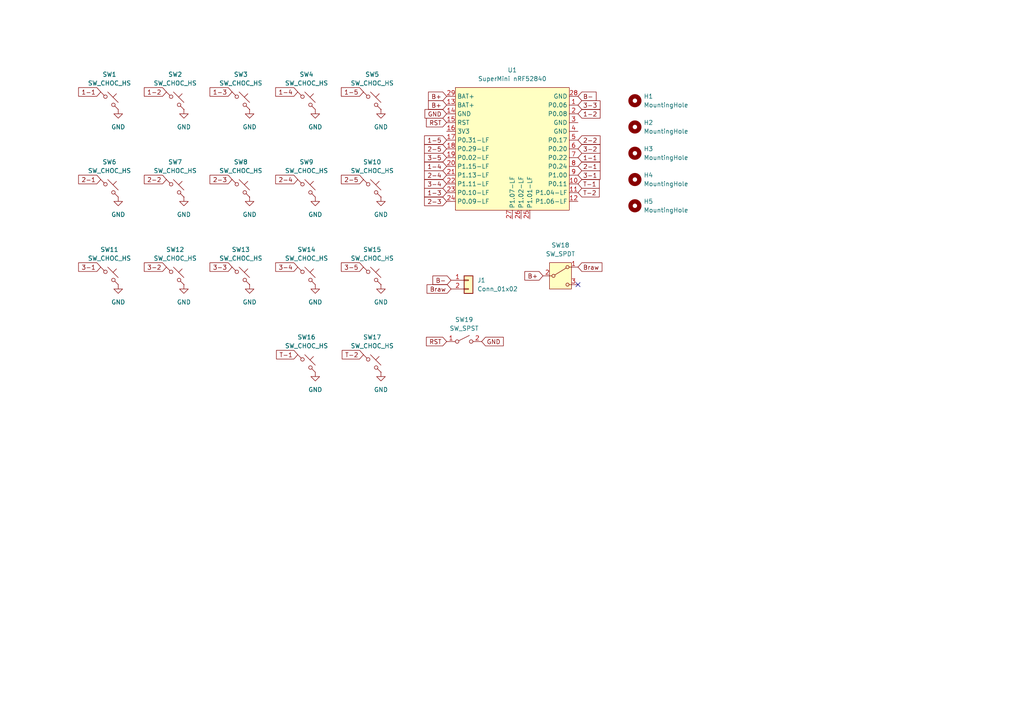
<source format=kicad_sch>
(kicad_sch (version 20231120) (generator "eeschema") (generator_version "8.0")
  (paper "A4")
  (lib_symbols
    (symbol "Connector_Generic:Conn_01x02" (pin_names (offset 1.016) hide)
      (property "Reference" "J" (at 0 2.54 0))
      (property "Value" "Conn_01x02" (at 0 -5.08 0))
      (symbol "Conn_01x02_1_1"
        (rectangle (start -1.27 -2.413) (end 0 -2.667) (stroke (width 0.1524)))
        (rectangle (start -1.27 0.127) (end 0 -0.127) (stroke (width 0.1524)))
        (rectangle (start -1.27 1.27) (end 1.27 -3.81) (stroke (width 0.254)) (fill (type background)))
        (pin passive line (at -5.08 0 0) (length 3.81) (name "Pin_1") (number "1"))
        (pin passive line (at -5.08 -2.54 0) (length 3.81) (name "Pin_2") (number "2"))
      )
    )
    (symbol "KeySwitch:SW_CHOC_HS" (pin_numbers hide) (pin_names (offset 1.016) hide)
      (property "Reference" "SW" (at -6.6802 6.1722 0))
      (property "Value" "SW_CHOC_HS" (at -0.381 4.191 0))
      (symbol "SW_CHOC_HS_0_1"
        (circle (center -1.1684 1.1684) (radius 0.508))
        (polyline (pts (xy -0.508 2.54) (xy 2.54 -0.508)))
        (polyline (pts (xy 1.016 1.016) (xy 2.032 2.032)))
        (polyline (pts (xy -2.54 2.54) (xy -1.524 1.524) (xy -1.524 1.524)))
        (polyline (pts (xy 1.524 -1.524) (xy 2.54 -2.54) (xy 2.54 -2.54) (xy 2.54 -2.54)))
        (circle (center 1.143 -1.1938) (radius 0.508))
        (pin passive line (at -2.54 2.54 0) (length 0) (name "1") (number "1"))
        (pin passive line (at 2.54 -2.54 180) (length 0) (name "2") (number "2"))
      )
    )
    (symbol "Mechanical:MountingHole" (pin_names (offset 1.016)) (exclude_from_sim yes) (in_bom no)
      (property "Reference" "H" (at 0 5.08 0))
      (property "Value" "MountingHole" (at 0 3.175 0))
      (symbol "MountingHole_0_1"
        (circle (center 0 0) (radius 1.27) (stroke (width 1.27)))
      )
    )
    (symbol "Switch:SW_SPDT" (pin_names (offset 0) hide)
      (property "Reference" "SW" (at 0 5.08 0))
      (property "Value" "SW_SPDT" (at 0 -5.08 0))
      (symbol "SW_SPDT_0_1"
        (circle (center -2.032 0) (radius 0.4572))
        (polyline (pts (xy -1.651 0.254) (xy 1.651 2.286)))
        (circle (center 2.032 -2.54) (radius 0.4572))
        (circle (center 2.032 2.54) (radius 0.4572))
      )
      (symbol "SW_SPDT_1_1"
        (rectangle (start -3.175 3.81) (end 3.175 -3.81) (fill (type background)))
        (pin passive line (at 5.08 2.54 180) (length 2.54) (name "A") (number "1"))
        (pin passive line (at -5.08 0 0) (length 2.54) (name "B") (number "2"))
        (pin passive line (at 5.08 -2.54 180) (length 2.54) (name "C") (number "3"))
      )
    )
    (symbol "Switch:SW_SPST" (pin_names (offset 0) hide)
      (property "Reference" "SW" (at 0 3.175 0))
      (property "Value" "SW_SPST" (at 0 -2.54 0))
      (symbol "SW_SPST_0_0"
        (circle (center -2.032 0) (radius 0.508))
        (polyline (pts (xy -1.524 0.254) (xy 1.524 1.778)))
        (circle (center 2.032 0) (radius 0.508))
      )
      (symbol "SW_SPST_1_1"
        (pin passive line (at -5.08 0 0) (length 2.54) (name "A") (number "1"))
        (pin passive line (at 5.08 0 180) (length 2.54) (name "B") (number "2"))
      )
    )
    (symbol "marbastlib-promicroish:SuperMini_nRF52840" (in_bom no)
      (property "Reference" "U" (at 0 22.86 0))
      (property "Value" "SuperMini nRF52840" (at 0 20.32 0))
      (symbol "SuperMini_nRF52840_0_0"
        (pin bidirectional line (at -19.05 13.97 0) (length 2.54) (name "P0.06") (number "1"))
        (pin bidirectional line (at -19.05 -8.89 0) (length 2.54) (name "P0.11") (number "10"))
        (pin bidirectional line (at -19.05 -11.43 0) (length 2.54) (name "P1.04-LF") (number "11"))
        (pin bidirectional line (at -19.05 -13.97 0) (length 2.54) (name "P1.06-LF") (number "12"))
        (pin power_out line (at 19.05 11.43 180) (length 2.54) (name "GND") (number "14"))
        (pin bidirectional line (at 19.05 8.89 180) (length 2.54) (name "RST") (number "15"))
        (pin bidirectional line (at 19.05 3.81 180) (length 2.54) (name "P0.31-LF") (number "17"))
        (pin bidirectional line (at 19.05 1.27 180) (length 2.54) (name "P0.29-LF") (number "18"))
        (pin bidirectional line (at 19.05 -1.27 180) (length 2.54) (name "P0.02-LF") (number "19"))
        (pin bidirectional line (at -19.05 11.43 0) (length 2.54) (name "P0.08") (number "2"))
        (pin bidirectional line (at 19.05 -3.81 180) (length 2.54) (name "P1.15-LF") (number "20"))
        (pin bidirectional line (at 19.05 -6.35 180) (length 2.54) (name "P1.13-LF") (number "21"))
        (pin bidirectional line (at 19.05 -8.89 180) (length 2.54) (name "P1.11-LF") (number "22"))
        (pin bidirectional line (at 19.05 -13.97 180) (length 2.54) (name "P0.09-LF") (number "24"))
        (pin power_out line (at -19.05 8.89 0) (length 2.54) (name "GND") (number "3"))
        (pin power_out line (at -19.05 6.35 0) (length 2.54) (name "GND") (number "4"))
        (pin bidirectional line (at -19.05 3.81 0) (length 2.54) (name "P0.17") (number "5"))
        (pin bidirectional line (at -19.05 1.27 0) (length 2.54) (name "P0.20") (number "6"))
        (pin bidirectional line (at -19.05 -1.27 0) (length 2.54) (name "P0.22") (number "7"))
        (pin bidirectional line (at -19.05 -3.81 0) (length 2.54) (name "P0.24") (number "8"))
        (pin bidirectional line (at -19.05 -6.35 0) (length 2.54) (name "P1.00") (number "9"))
      )
      (symbol "SuperMini_nRF52840_1_0"
        (pin power_out line (at 19.05 13.97 180) (length 2.54) (name "BAT+") (number "13"))
        (pin power_out line (at 19.05 6.35 180) (length 2.54) (name "3V3") (number "16"))
        (pin bidirectional line (at 19.05 -11.43 180) (length 2.54) (name "P0.10-LF") (number "23"))
        (pin bidirectional line (at -5.08 -19.05 90) (length 2.54) (name "P1.01-LF") (number "25"))
        (pin bidirectional line (at -2.54 -19.05 90) (length 2.54) (name "P1.02-LF") (number "26"))
        (pin bidirectional line (at 0 -19.05 90) (length 2.54) (name "P1.07-LF") (number "27"))
        (pin power_out line (at -19.05 16.51 0) (length 2.54) (name "GND") (number "28"))
        (pin power_out line (at 19.05 16.51 180) (length 2.54) (name "BAT+") (number "29"))
      )
      (symbol "SuperMini_nRF52840_1_1"
        (rectangle (start -16.51 19.05) (end 16.51 -16.51) (fill (type background)))
      )
    )
    (symbol "power:GND" (power) (pin_numbers hide) (pin_names (offset 0) hide)
      (property "Value" "GND" (at 0 -3.81 0))
      (symbol "GND_0_1"
        (polyline (pts (xy 0 0) (xy 0 -1.27) (xy 1.27 -1.27) (xy 0 -2.54) (xy -1.27 -1.27) (xy 0 -1.27)))
      )
      (symbol "GND_1_1"
        (pin power_in line (at 0 0 270) (length 0) (name "~") (number "1"))
      )
    )
  )
  (no_connect (at 167.64 82.55))
  (global_label "T-2" (shape input) (at 105.41 102.87 180) (property "Intersheetrefs" "${INTERSHEET_REFS}" (effects (hide yes))))
  (global_label "2-5" (shape input) (at 105.41 52.07 180) (property "Intersheetrefs" "${INTERSHEET_REFS}" (effects (hide yes))))
  (global_label "1-1" (shape input) (at 167.64 45.72 0) (property "Intersheetrefs" "${INTERSHEET_REFS}" (effects (hide yes))))
  (global_label "B+" (shape input) (at 129.54 27.94 180) (property "Intersheetrefs" "${INTERSHEET_REFS}" (effects (hide yes))))
  (global_label "RST" (shape input) (at 129.54 35.56 180) (property "Intersheetrefs" "${INTERSHEET_REFS}" (effects (hide yes))))
  (global_label "B+" (shape input) (at 129.54 30.48 180) (property "Intersheetrefs" "${INTERSHEET_REFS}" (effects (hide yes))))
  (global_label "3-1" (shape input) (at 29.21 77.47 180) (property "Intersheetrefs" "${INTERSHEET_REFS}" (effects (hide yes))))
  (global_label "1-4" (shape input) (at 86.36 26.67 180) (property "Intersheetrefs" "${INTERSHEET_REFS}" (effects (hide yes))))
  (global_label "3-4" (shape input) (at 129.54 53.34 180) (property "Intersheetrefs" "${INTERSHEET_REFS}" (effects (hide yes))))
  (global_label "1-1" (shape input) (at 29.21 26.67 180) (property "Intersheetrefs" "${INTERSHEET_REFS}" (effects (hide yes))))
  (global_label "2-1" (shape input) (at 29.21 52.07 180) (property "Intersheetrefs" "${INTERSHEET_REFS}" (effects (hide yes))))
  (global_label "1-5" (shape input) (at 129.54 40.64 180) (property "Intersheetrefs" "${INTERSHEET_REFS}" (effects (hide yes))))
  (global_label "2-4" (shape input) (at 86.36 52.07 180) (property "Intersheetrefs" "${INTERSHEET_REFS}" (effects (hide yes))))
  (global_label "GND" (shape input) (at 129.54 33.02 180) (property "Intersheetrefs" "${INTERSHEET_REFS}" (effects (hide yes))))
  (global_label "T-1" (shape input) (at 167.64 53.34 0) (property "Intersheetrefs" "${INTERSHEET_REFS}" (effects (hide yes))))
  (global_label "1-3" (shape input) (at 67.31 26.67 180) (property "Intersheetrefs" "${INTERSHEET_REFS}" (effects (hide yes))))
  (global_label "1-3" (shape input) (at 129.54 55.88 180) (property "Intersheetrefs" "${INTERSHEET_REFS}" (effects (hide yes))))
  (global_label "T-2" (shape input) (at 167.64 55.88 0) (property "Intersheetrefs" "${INTERSHEET_REFS}" (effects (hide yes))))
  (global_label "T-1" (shape input) (at 86.36 102.87 180) (property "Intersheetrefs" "${INTERSHEET_REFS}" (effects (hide yes))))
  (global_label "B-" (shape input) (at 130.81 81.28 180) (property "Intersheetrefs" "${INTERSHEET_REFS}" (effects (hide yes))))
  (global_label "3-5" (shape input) (at 129.54 45.72 180) (property "Intersheetrefs" "${INTERSHEET_REFS}" (effects (hide yes))))
  (global_label "3-3" (shape input) (at 67.31 77.47 180) (property "Intersheetrefs" "${INTERSHEET_REFS}" (effects (hide yes))))
  (global_label "3-4" (shape input) (at 86.36 77.47 180) (property "Intersheetrefs" "${INTERSHEET_REFS}" (effects (hide yes))))
  (global_label "2-4" (shape input) (at 129.54 50.8 180) (property "Intersheetrefs" "${INTERSHEET_REFS}" (effects (hide yes))))
  (global_label "3-5" (shape input) (at 105.41 77.47 180) (property "Intersheetrefs" "${INTERSHEET_REFS}" (effects (hide yes))))
  (global_label "Braw" (shape input) (at 167.64 77.47 0) (property "Intersheetrefs" "${INTERSHEET_REFS}" (effects (hide yes))))
  (global_label "3-1" (shape input) (at 167.64 50.8 0) (property "Intersheetrefs" "${INTERSHEET_REFS}" (effects (hide yes))))
  (global_label "1-5" (shape input) (at 105.41 26.67 180) (property "Intersheetrefs" "${INTERSHEET_REFS}" (effects (hide yes))))
  (global_label "1-2" (shape input) (at 167.64 33.02 0) (property "Intersheetrefs" "${INTERSHEET_REFS}" (effects (hide yes))))
  (global_label "3-3" (shape input) (at 167.64 30.48 0) (property "Intersheetrefs" "${INTERSHEET_REFS}" (effects (hide yes))))
  (global_label "2-2" (shape input) (at 48.26 52.07 180) (property "Intersheetrefs" "${INTERSHEET_REFS}" (effects (hide yes))))
  (global_label "Braw" (shape input) (at 130.81 83.82 180) (property "Intersheetrefs" "${INTERSHEET_REFS}" (effects (hide yes))))
  (global_label "B-" (shape input) (at 167.64 27.94 0) (property "Intersheetrefs" "${INTERSHEET_REFS}" (effects (hide yes))))
  (global_label "2-2" (shape input) (at 167.64 40.64 0) (property "Intersheetrefs" "${INTERSHEET_REFS}" (effects (hide yes))))
  (global_label "2-5" (shape input) (at 129.54 43.18 180) (property "Intersheetrefs" "${INTERSHEET_REFS}" (effects (hide yes))))
  (global_label "2-3" (shape input) (at 129.54 58.42 180) (property "Intersheetrefs" "${INTERSHEET_REFS}" (effects (hide yes))))
  (global_label "2-3" (shape input) (at 67.31 52.07 180) (property "Intersheetrefs" "${INTERSHEET_REFS}" (effects (hide yes))))
  (global_label "2-1" (shape input) (at 167.64 48.26 0) (property "Intersheetrefs" "${INTERSHEET_REFS}" (effects (hide yes))))
  (global_label "B+" (shape input) (at 157.48 80.01 180) (property "Intersheetrefs" "${INTERSHEET_REFS}" (effects (hide yes))))
  (global_label "RST" (shape input) (at 129.54 99.06 180) (property "Intersheetrefs" "${INTERSHEET_REFS}" (effects (hide yes))))
  (global_label "3-2" (shape input) (at 48.26 77.47 180) (property "Intersheetrefs" "${INTERSHEET_REFS}" (effects (hide yes))))
  (global_label "1-4" (shape input) (at 129.54 48.26 180) (property "Intersheetrefs" "${INTERSHEET_REFS}" (effects (hide yes))))
  (global_label "1-2" (shape input) (at 48.26 26.67 180) (property "Intersheetrefs" "${INTERSHEET_REFS}" (effects (hide yes))))
  (global_label "3-2" (shape input) (at 167.64 43.18 0) (property "Intersheetrefs" "${INTERSHEET_REFS}" (effects (hide yes))))
  (global_label "GND" (shape input) (at 139.7 99.06 0) (property "Intersheetrefs" "${INTERSHEET_REFS}" (effects (hide yes))))
  (symbol (lib_id "KeySwitch:SW_CHOC_HS") (at 50.8 54.61 0) (unit 1)
    (property "Reference" "SW7" (at 50.8 46.99 0))
    (property "Value" "SW_CHOC_HS" (at 50.8 49.53 0))
    (property "Footprint" "keeb:SW_choc_v1_v2_HS_1u_reversible" (effects (hide yes)))
    (property "Description" "Push button switch, normally open, two pins, 45° tilted" (effects (hide yes)))
  )
  (symbol (lib_id "power:GND") (at 91.44 82.55 0) (unit 1)
    (property "Reference" "#PWR014" (effects (hide yes)))
    (property "Value" "GND" (at 91.44 87.63 0))
    (property "Description" "Power symbol creates a global label with name \"GND\" , ground" (effects (hide yes)))
  )
  (symbol (lib_id "power:GND") (at 72.39 82.55 0) (unit 1)
    (property "Reference" "#PWR013" (effects (hide yes)))
    (property "Value" "GND" (at 72.39 87.63 0))
    (property "Description" "Power symbol creates a global label with name \"GND\" , ground" (effects (hide yes)))
  )
  (symbol (lib_id "power:GND") (at 110.49 57.15 0) (unit 1)
    (property "Reference" "#PWR010" (effects (hide yes)))
    (property "Value" "GND" (at 110.49 62.23 0))
    (property "Description" "Power symbol creates a global label with name \"GND\" , ground" (effects (hide yes)))
  )
  (symbol (lib_id "power:GND") (at 72.39 31.75 0) (unit 1)
    (property "Reference" "#PWR03" (effects (hide yes)))
    (property "Value" "GND" (at 72.39 36.83 0))
    (property "Description" "Power symbol creates a global label with name \"GND\" , ground" (effects (hide yes)))
  )
  (symbol (lib_id "power:GND") (at 34.29 82.55 0) (unit 1)
    (property "Reference" "#PWR011" (effects (hide yes)))
    (property "Value" "GND" (at 34.29 87.63 0))
    (property "Description" "Power symbol creates a global label with name \"GND\" , ground" (effects (hide yes)))
  )
  (symbol (lib_id "power:GND") (at 110.49 31.75 0) (unit 1)
    (property "Reference" "#PWR05" (effects (hide yes)))
    (property "Value" "GND" (at 110.49 36.83 0))
    (property "Description" "Power symbol creates a global label with name \"GND\" , ground" (effects (hide yes)))
  )
  (symbol (lib_id "power:GND") (at 91.44 57.15 0) (unit 1)
    (property "Reference" "#PWR09" (effects (hide yes)))
    (property "Value" "GND" (at 91.44 62.23 0))
    (property "Description" "Power symbol creates a global label with name \"GND\" , ground" (effects (hide yes)))
  )
  (symbol (lib_id "power:GND") (at 53.34 31.75 0) (unit 1)
    (property "Reference" "#PWR02" (effects (hide yes)))
    (property "Value" "GND" (at 53.34 36.83 0))
    (property "Description" "Power symbol creates a global label with name \"GND\" , ground" (effects (hide yes)))
  )
  (symbol (lib_id "KeySwitch:SW_CHOC_HS") (at 107.95 54.61 0) (unit 1)
    (property "Reference" "SW10" (at 107.95 46.99 0))
    (property "Value" "SW_CHOC_HS" (at 107.95 49.53 0))
    (property "Footprint" "keeb:SW_choc_v1_v2_HS_1u_reversible" (effects (hide yes)))
    (property "Description" "Push button switch, normally open, two pins, 45° tilted" (effects (hide yes)))
  )
  (symbol (lib_id "Connector_Generic:Conn_01x02") (at 135.89 81.28 0) (unit 1)
    (property "Reference" "J1" (at 138.43 81.2799 0) (effects (justify left)))
    (property "Value" "Conn_01x02" (at 138.43 83.8199 0) (effects (justify left)))
    (property "Footprint" "Connector_JST:JST_PH_S2B-PH-K_1x02_P2.00mm_Horizontal" (effects (hide yes)))
    (property "Description" "Generic connector, single row, 01x02, script generated (kicad-library-utils/schlib/autogen/connector/)" (effects (hide yes)))
  )
  (symbol (lib_id "KeySwitch:SW_CHOC_HS") (at 50.8 29.21 0) (unit 1)
    (property "Reference" "SW2" (at 50.8 21.59 0))
    (property "Value" "SW_CHOC_HS" (at 50.8 24.13 0))
    (property "Footprint" "keeb:SW_choc_v1_v2_HS_1u_reversible" (effects (hide yes)))
    (property "Description" "Push button switch, normally open, two pins, 45° tilted" (effects (hide yes)))
  )
  (symbol (lib_id "Mechanical:MountingHole") (at 184.15 44.45 0) (unit 1) (exclude_from_sim yes) (in_bom no)
    (property "Reference" "H3" (at 186.69 43.1799 0) (effects (justify left)))
    (property "Value" "MountingHole" (at 186.69 45.7199 0) (effects (justify left)))
    (property "Footprint" "MountingHole:MountingHole_2.2mm_M2" (effects (hide yes)))
    (property "Description" "Mounting Hole without connection" (effects (hide yes)))
  )
  (symbol (lib_id "KeySwitch:SW_CHOC_HS") (at 88.9 80.01 0) (unit 1)
    (property "Reference" "SW14" (at 88.9 72.39 0))
    (property "Value" "SW_CHOC_HS" (at 88.9 74.93 0))
    (property "Footprint" "keeb:SW_choc_v1_v2_HS_1u_reversible" (effects (hide yes)))
    (property "Description" "Push button switch, normally open, two pins, 45° tilted" (effects (hide yes)))
  )
  (symbol (lib_id "power:GND") (at 110.49 82.55 0) (unit 1)
    (property "Reference" "#PWR015" (effects (hide yes)))
    (property "Value" "GND" (at 110.49 87.63 0))
    (property "Description" "Power symbol creates a global label with name \"GND\" , ground" (effects (hide yes)))
  )
  (symbol (lib_id "Mechanical:MountingHole") (at 184.15 29.21 0) (unit 1) (exclude_from_sim yes) (in_bom no)
    (property "Reference" "H1" (at 186.69 27.9399 0) (effects (justify left)))
    (property "Value" "MountingHole" (at 186.69 30.4799 0) (effects (justify left)))
    (property "Footprint" "MountingHole:MountingHole_2.2mm_M2" (effects (hide yes)))
    (property "Description" "Mounting Hole without connection" (effects (hide yes)))
  )
  (symbol (lib_id "Switch:SW_SPDT") (at 162.56 80.01 0) (unit 1)
    (property "Reference" "SW18" (at 162.56 71.12 0))
    (property "Value" "SW_SPDT" (at 162.56 73.66 0))
    (property "Footprint" "keeb:SW_MSK12C02-HB" (effects (hide yes)))
    (property "Description" "Switch, single pole double throw" (effects (hide yes)))
  )
  (symbol (lib_id "KeySwitch:SW_CHOC_HS") (at 88.9 54.61 0) (unit 1)
    (property "Reference" "SW9" (at 88.9 46.99 0))
    (property "Value" "SW_CHOC_HS" (at 88.9 49.53 0))
    (property "Footprint" "keeb:SW_choc_v1_v2_HS_1u_reversible" (effects (hide yes)))
    (property "Description" "Push button switch, normally open, two pins, 45° tilted" (effects (hide yes)))
  )
  (symbol (lib_id "KeySwitch:SW_CHOC_HS") (at 88.9 29.21 0) (unit 1)
    (property "Reference" "SW4" (at 88.9 21.59 0))
    (property "Value" "SW_CHOC_HS" (at 88.9 24.13 0))
    (property "Footprint" "keeb:SW_choc_v1_v2_HS_1u_reversible" (effects (hide yes)))
    (property "Description" "Push button switch, normally open, two pins, 45° tilted" (effects (hide yes)))
  )
  (symbol (lib_id "KeySwitch:SW_CHOC_HS") (at 31.75 54.61 0) (unit 1)
    (property "Reference" "SW6" (at 31.75 46.99 0))
    (property "Value" "SW_CHOC_HS" (at 31.75 49.53 0))
    (property "Footprint" "keeb:SW_choc_v1_v2_HS_1u_reversible" (effects (hide yes)))
    (property "Description" "Push button switch, normally open, two pins, 45° tilted" (effects (hide yes)))
  )
  (symbol (lib_id "KeySwitch:SW_CHOC_HS") (at 31.75 29.21 0) (unit 1)
    (property "Reference" "SW1" (at 31.75 21.59 0))
    (property "Value" "SW_CHOC_HS" (at 31.75 24.13 0))
    (property "Footprint" "keeb:SW_choc_v1_v2_HS_1u_reversible" (effects (hide yes)))
    (property "Description" "Push button switch, normally open, two pins, 45° tilted" (effects (hide yes)))
  )
  (symbol (lib_id "power:GND") (at 34.29 57.15 0) (unit 1)
    (property "Reference" "#PWR06" (effects (hide yes)))
    (property "Value" "GND" (at 34.29 62.23 0))
    (property "Description" "Power symbol creates a global label with name \"GND\" , ground" (effects (hide yes)))
  )
  (symbol (lib_id "KeySwitch:SW_CHOC_HS") (at 88.9 105.41 0) (unit 1)
    (property "Reference" "SW16" (at 88.9 97.79 0))
    (property "Value" "SW_CHOC_HS" (at 88.9 100.33 0))
    (property "Footprint" "keeb:SW_choc_v1_v2_HS_1u_reversible" (effects (hide yes)))
    (property "Description" "Push button switch, normally open, two pins, 45° tilted" (effects (hide yes)))
  )
  (symbol (lib_id "power:GND") (at 34.29 31.75 0) (unit 1)
    (property "Reference" "#PWR01" (effects (hide yes)))
    (property "Value" "GND" (at 34.29 36.83 0))
    (property "Description" "Power symbol creates a global label with name \"GND\" , ground" (effects (hide yes)))
  )
  (symbol (lib_id "Switch:SW_SPST") (at 134.62 99.06 0) (unit 1)
    (property "Reference" "SW19" (at 134.62 92.71 0))
    (property "Value" "SW_SPST" (at 134.62 95.25 0))
    (property "Description" "Single Pole Single Throw (SPST) switch" (effects (hide yes)))
  )
  (symbol (lib_id "KeySwitch:SW_CHOC_HS") (at 69.85 54.61 0) (unit 1)
    (property "Reference" "SW8" (at 69.85 46.99 0))
    (property "Value" "SW_CHOC_HS" (at 69.85 49.53 0))
    (property "Footprint" "keeb:SW_choc_v1_v2_HS_1u_reversible" (effects (hide yes)))
    (property "Description" "Push button switch, normally open, two pins, 45° tilted" (effects (hide yes)))
  )
  (symbol (lib_id "KeySwitch:SW_CHOC_HS") (at 69.85 29.21 0) (unit 1)
    (property "Reference" "SW3" (at 69.85 21.59 0))
    (property "Value" "SW_CHOC_HS" (at 69.85 24.13 0))
    (property "Footprint" "keeb:SW_choc_v1_v2_HS_1u_reversible" (effects (hide yes)))
    (property "Description" "Push button switch, normally open, two pins, 45° tilted" (effects (hide yes)))
  )
  (symbol (lib_id "marbastlib-promicroish:SuperMini_nRF52840") (at 148.59 44.45 0) (mirror y) (unit 1) (in_bom no)
    (property "Reference" "U1" (at 148.59 20.32 0))
    (property "Value" "SuperMini nRF52840" (at 148.59 22.86 0))
    (property "Footprint" "keeb:SuperMini_nRF52840_AH_Reversible" (effects (hide yes)))
    (property "Datasheet" "https://wiki.icbbuy.com/doku.php?id=developmentboard:nrf52840" (effects (hide yes)))
    (property "Description" "Symbol for an nicekeyboards nice!nano" (effects (hide yes)))
  )
  (symbol (lib_id "power:GND") (at 53.34 82.55 0) (unit 1)
    (property "Reference" "#PWR012" (effects (hide yes)))
    (property "Value" "GND" (at 53.34 87.63 0))
    (property "Description" "Power symbol creates a global label with name \"GND\" , ground" (effects (hide yes)))
  )
  (symbol (lib_id "KeySwitch:SW_CHOC_HS") (at 107.95 80.01 0) (unit 1)
    (property "Reference" "SW15" (at 107.95 72.39 0))
    (property "Value" "SW_CHOC_HS" (at 107.95 74.93 0))
    (property "Footprint" "keeb:SW_choc_v1_v2_HS_1u_reversible" (effects (hide yes)))
    (property "Description" "Push button switch, normally open, two pins, 45° tilted" (effects (hide yes)))
  )
  (symbol (lib_id "power:GND") (at 91.44 31.75 0) (unit 1)
    (property "Reference" "#PWR04" (effects (hide yes)))
    (property "Value" "GND" (at 91.44 36.83 0))
    (property "Description" "Power symbol creates a global label with name \"GND\" , ground" (effects (hide yes)))
  )
  (symbol (lib_id "KeySwitch:SW_CHOC_HS") (at 31.75 80.01 0) (unit 1)
    (property "Reference" "SW11" (at 31.75 72.39 0))
    (property "Value" "SW_CHOC_HS" (at 31.75 74.93 0))
    (property "Footprint" "keeb:SW_choc_v1_v2_HS_1u_reversible" (effects (hide yes)))
    (property "Description" "Push button switch, normally open, two pins, 45° tilted" (effects (hide yes)))
  )
  (symbol (lib_id "Mechanical:MountingHole") (at 184.15 59.69 0) (unit 1) (exclude_from_sim yes) (in_bom no)
    (property "Reference" "H5" (at 186.69 58.4199 0) (effects (justify left)))
    (property "Value" "MountingHole" (at 186.69 60.9599 0) (effects (justify left)))
    (property "Footprint" "MountingHole:MountingHole_2.2mm_M2" (effects (hide yes)))
    (property "Description" "Mounting Hole without connection" (effects (hide yes)))
  )
  (symbol (lib_id "KeySwitch:SW_CHOC_HS") (at 107.95 105.41 0) (unit 1)
    (property "Reference" "SW17" (at 107.95 97.79 0))
    (property "Value" "SW_CHOC_HS" (at 107.95 100.33 0))
    (property "Footprint" "keeb:SW_choc_v1_v2_HS_1u_reversible" (effects (hide yes)))
    (property "Description" "Push button switch, normally open, two pins, 45° tilted" (effects (hide yes)))
  )
  (symbol (lib_id "power:GND") (at 91.44 107.95 0) (unit 1)
    (property "Reference" "#PWR016" (effects (hide yes)))
    (property "Value" "GND" (at 91.44 113.03 0))
    (property "Description" "Power symbol creates a global label with name \"GND\" , ground" (effects (hide yes)))
  )
  (symbol (lib_id "power:GND") (at 110.49 107.95 0) (unit 1)
    (property "Reference" "#PWR017" (effects (hide yes)))
    (property "Value" "GND" (at 110.49 113.03 0))
    (property "Description" "Power symbol creates a global label with name \"GND\" , ground" (effects (hide yes)))
  )
  (symbol (lib_id "power:GND") (at 72.39 57.15 0) (unit 1)
    (property "Reference" "#PWR08" (effects (hide yes)))
    (property "Value" "GND" (at 72.39 62.23 0))
    (property "Description" "Power symbol creates a global label with name \"GND\" , ground" (effects (hide yes)))
  )
  (symbol (lib_id "Mechanical:MountingHole") (at 184.15 52.07 0) (unit 1) (exclude_from_sim yes) (in_bom no)
    (property "Reference" "H4" (at 186.69 50.7999 0) (effects (justify left)))
    (property "Value" "MountingHole" (at 186.69 53.3399 0) (effects (justify left)))
    (property "Footprint" "MountingHole:MountingHole_2.2mm_M2" (effects (hide yes)))
    (property "Description" "Mounting Hole without connection" (effects (hide yes)))
  )
  (symbol (lib_id "KeySwitch:SW_CHOC_HS") (at 107.95 29.21 0) (unit 1)
    (property "Reference" "SW5" (at 107.95 21.59 0))
    (property "Value" "SW_CHOC_HS" (at 107.95 24.13 0))
    (property "Footprint" "keeb:SW_choc_v1_v2_HS_1u_reversible" (effects (hide yes)))
    (property "Description" "Push button switch, normally open, two pins, 45° tilted" (effects (hide yes)))
  )
  (symbol (lib_id "power:GND") (at 53.34 57.15 0) (unit 1)
    (property "Reference" "#PWR07" (effects (hide yes)))
    (property "Value" "GND" (at 53.34 62.23 0))
    (property "Description" "Power symbol creates a global label with name \"GND\" , ground" (effects (hide yes)))
  )
  (symbol (lib_id "Mechanical:MountingHole") (at 184.15 36.83 0) (unit 1) (exclude_from_sim yes) (in_bom no)
    (property "Reference" "H2" (at 186.69 35.5599 0) (effects (justify left)))
    (property "Value" "MountingHole" (at 186.69 38.0999 0) (effects (justify left)))
    (property "Footprint" "MountingHole:MountingHole_2.2mm_M2" (effects (hide yes)))
    (property "Description" "Mounting Hole without connection" (effects (hide yes)))
  )
  (symbol (lib_id "KeySwitch:SW_CHOC_HS") (at 50.8 80.01 0) (unit 1)
    (property "Reference" "SW12" (at 50.8 72.39 0))
    (property "Value" "SW_CHOC_HS" (at 50.8 74.93 0))
    (property "Footprint" "keeb:SW_choc_v1_v2_HS_1u_reversible" (effects (hide yes)))
    (property "Description" "Push button switch, normally open, two pins, 45° tilted" (effects (hide yes)))
  )
  (symbol (lib_id "KeySwitch:SW_CHOC_HS") (at 69.85 80.01 0) (unit 1)
    (property "Reference" "SW13" (at 69.85 72.39 0))
    (property "Value" "SW_CHOC_HS" (at 69.85 74.93 0))
    (property "Footprint" "keeb:SW_choc_v1_v2_HS_1u_reversible" (effects (hide yes)))
    (property "Description" "Push button switch, normally open, two pins, 45° tilted" (effects (hide yes)))
  )
)
</source>
